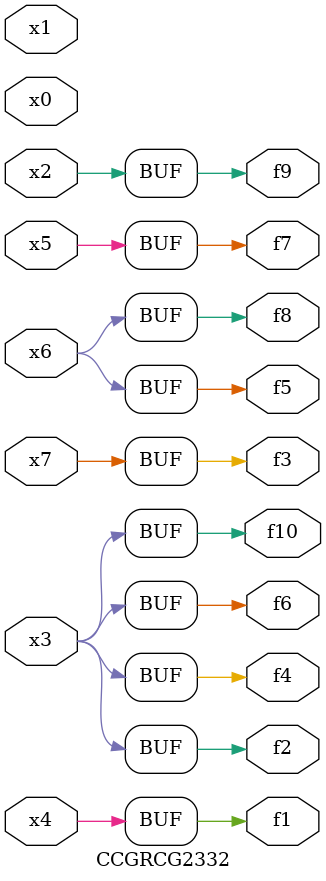
<source format=v>
module CCGRCG2332(
	input x0, x1, x2, x3, x4, x5, x6, x7,
	output f1, f2, f3, f4, f5, f6, f7, f8, f9, f10
);
	assign f1 = x4;
	assign f2 = x3;
	assign f3 = x7;
	assign f4 = x3;
	assign f5 = x6;
	assign f6 = x3;
	assign f7 = x5;
	assign f8 = x6;
	assign f9 = x2;
	assign f10 = x3;
endmodule

</source>
